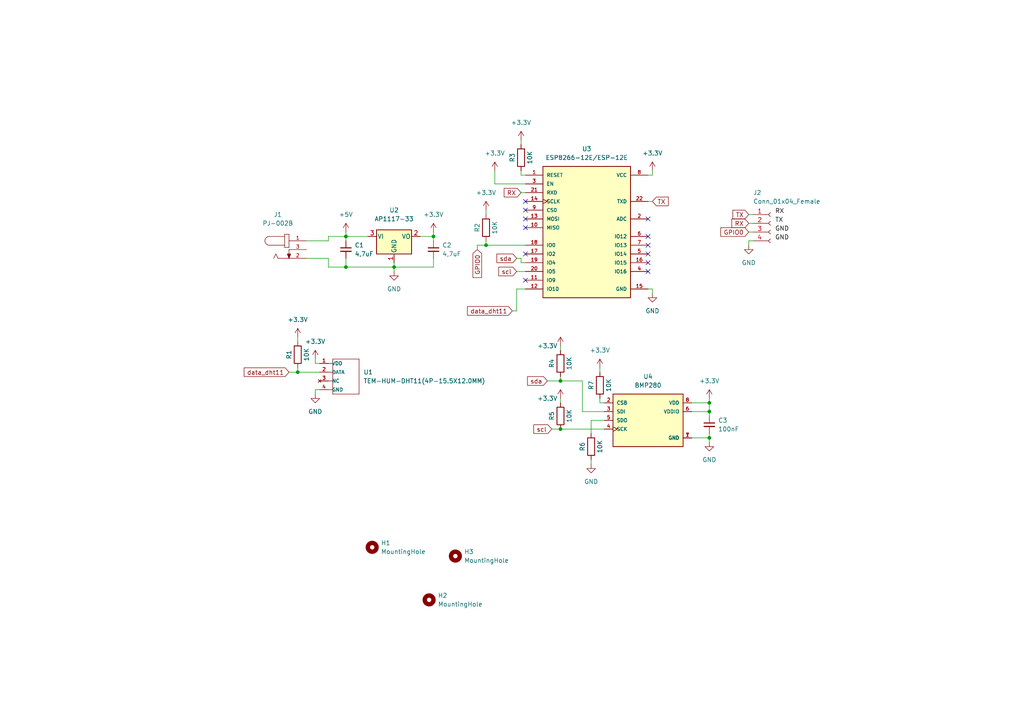
<source format=kicad_sch>
(kicad_sch (version 20211123) (generator eeschema)
  (paper "A4")
  (lib_symbols
    (symbol "BMP280:BMP280" (pin_names (offset 1.016))
      (property "Reference" "U" (at -10.1796 7.6347 0))
      (property "Value" "BMP280" (at -10.1693 -10.1693 0))
      (symbol "BMP280_0_0"
        (rectangle (start -10.16 -7.62) (end 10.16 7.62) (stroke (width 0.254)) (fill (type background)))
        (pin power_in line (at 12.7 -5.08 180) (length 2.54) (name "GND") (number "1"))
        (pin input line (at -12.7 5.08 0) (length 2.54) (name "CSB") (number "2"))
        (pin bidirectional line (at -12.7 2.54 0) (length 2.54) (name "SDI") (number "3"))
        (pin input clock (at -12.7 -2.54 0) (length 2.54) (name "SCK") (number "4"))
        (pin bidirectional line (at -12.7 0 0) (length 2.54) (name "SDO") (number "5"))
        (pin power_in line (at 12.7 2.54 180) (length 2.54) (name "VDDIO") (number "6"))
        (pin power_in line (at 12.7 -5.08 180) (length 2.54) (name "GND") (number "7"))
        (pin power_in line (at 12.7 5.08 180) (length 2.54) (name "VDD") (number "8"))
      )
    )
    (symbol "Connector:Conn_01x04_Female" (pin_names (offset 1.016) hide)
      (property "Reference" "J" (at 0 5.08 0))
      (property "Value" "Conn_01x04_Female" (at 0 -7.62 0))
      (symbol "Conn_01x04_Female_1_1"
        (arc (start 0 -4.572) (mid -0.508 -5.08) (end 0 -5.588) (stroke (width 0.1524)))
        (arc (start 0 -2.032) (mid -0.508 -2.54) (end 0 -3.048) (stroke (width 0.1524)))
        (polyline (pts (xy -1.27 -5.08) (xy -0.508 -5.08)) (stroke (width 0.1524)))
        (polyline (pts (xy -1.27 -2.54) (xy -0.508 -2.54)) (stroke (width 0.1524)))
        (polyline (pts (xy -1.27 0) (xy -0.508 0)) (stroke (width 0.1524)))
        (polyline (pts (xy -1.27 2.54) (xy -0.508 2.54)) (stroke (width 0.1524)))
        (arc (start 0 0.508) (mid -0.508 0) (end 0 -0.508) (stroke (width 0.1524)))
        (arc (start 0 3.048) (mid -0.508 2.54) (end 0 2.032) (stroke (width 0.1524)))
        (pin passive line (at -5.08 2.54 0) (length 3.81) (name "Pin_1") (number "1"))
        (pin passive line (at -5.08 0 0) (length 3.81) (name "Pin_2") (number "2"))
        (pin passive line (at -5.08 -2.54 0) (length 3.81) (name "Pin_3") (number "3"))
        (pin passive line (at -5.08 -5.08 0) (length 3.81) (name "Pin_4") (number "4"))
      )
    )
    (symbol "Device:C_Small" (pin_numbers hide) (pin_names (offset 0.254) hide)
      (property "Reference" "C" (at 0.254 1.778 0))
      (property "Value" "C_Small" (at 0.254 -2.032 0))
      (symbol "C_Small_0_1"
        (polyline (pts (xy -1.524 -0.508) (xy 1.524 -0.508)) (stroke (width 0.3302)))
        (polyline (pts (xy -1.524 0.508) (xy 1.524 0.508)) (stroke (width 0.3048)))
      )
      (symbol "C_Small_1_1"
        (pin passive line (at 0 2.54 270) (length 2.032) (name "~") (number "1"))
        (pin passive line (at 0 -2.54 90) (length 2.032) (name "~") (number "2"))
      )
    )
    (symbol "Device:R" (pin_numbers hide) (pin_names (offset 0))
      (property "Reference" "R" (at 2.032 0 90))
      (property "Value" "R" (at 0 0 90))
      (symbol "R_0_1"
        (rectangle (start -1.016 -2.54) (end 1.016 2.54) (stroke (width 0.254)))
      )
      (symbol "R_1_1"
        (pin passive line (at 0 3.81 270) (length 1.27) (name "~") (number "1"))
        (pin passive line (at 0 -3.81 90) (length 1.27) (name "~") (number "2"))
      )
    )
    (symbol "ESP8266-12E_ESP-12E:ESP8266-12E{slash}ESP-12E" (pin_names (offset 1.016))
      (property "Reference" "U" (at -12.7161 18.3112 0))
      (property "Value" "ESP8266-12E{slash}ESP-12E" (at -12.7084 -23.3835 0))
      (symbol "ESP8266-12E{slash}ESP-12E_0_0"
        (rectangle (start -12.7 -20.32) (end 12.7 17.78) (stroke (width 0.254)) (fill (type background)))
        (pin input line (at -17.78 15.24 0) (length 5.08) (name "RESET") (number "1"))
        (pin bidirectional line (at -17.78 0 0) (length 5.08) (name "MISO") (number "10"))
        (pin bidirectional line (at -17.78 -15.24 0) (length 5.08) (name "IO9") (number "11"))
        (pin bidirectional line (at -17.78 -17.78 0) (length 5.08) (name "IO10") (number "12"))
        (pin bidirectional line (at -17.78 2.54 0) (length 5.08) (name "MOSI") (number "13"))
        (pin input clock (at -17.78 7.62 0) (length 5.08) (name "SCLK") (number "14"))
        (pin power_in line (at 17.78 -17.78 180) (length 5.08) (name "GND") (number "15"))
        (pin bidirectional line (at 17.78 -10.16 180) (length 5.08) (name "IO15") (number "16"))
        (pin bidirectional line (at -17.78 -7.62 0) (length 5.08) (name "IO2") (number "17"))
        (pin bidirectional line (at -17.78 -5.08 0) (length 5.08) (name "IO0") (number "18"))
        (pin bidirectional line (at -17.78 -10.16 0) (length 5.08) (name "IO4") (number "19"))
        (pin passive line (at 17.78 2.54 180) (length 5.08) (name "ADC") (number "2"))
        (pin bidirectional line (at -17.78 -12.7 0) (length 5.08) (name "IO5") (number "20"))
        (pin input line (at -17.78 10.16 0) (length 5.08) (name "RXD") (number "21"))
        (pin output line (at 17.78 7.62 180) (length 5.08) (name "TXD") (number "22"))
        (pin input line (at -17.78 12.7 0) (length 5.08) (name "EN") (number "3"))
        (pin bidirectional line (at 17.78 -12.7 180) (length 5.08) (name "IO16") (number "4"))
        (pin bidirectional line (at 17.78 -7.62 180) (length 5.08) (name "IO14") (number "5"))
        (pin bidirectional line (at 17.78 -2.54 180) (length 5.08) (name "IO12") (number "6"))
        (pin bidirectional line (at 17.78 -5.08 180) (length 5.08) (name "IO13") (number "7"))
        (pin power_in line (at 17.78 15.24 180) (length 5.08) (name "VCC") (number "8"))
        (pin input line (at -17.78 5.08 0) (length 5.08) (name "CS0") (number "9"))
      )
    )
    (symbol "Mechanical:MountingHole" (pin_names (offset 1.016))
      (property "Reference" "H" (at 0 5.08 0))
      (property "Value" "MountingHole" (at 0 3.175 0))
      (symbol "MountingHole_0_1"
        (circle (center 0 0) (radius 1.27) (stroke (width 1.27)))
      )
    )
    (symbol "PJ-002B:PJ-002B" (pin_names (offset 1.016))
      (property "Reference" "J" (at -7.6337 5.0892 0))
      (property "Value" "PJ-002B" (at -7.6269 -5.0846 0))
      (symbol "PJ-002B_0_0"
        (arc (start -5.715 3.81) (mid -6.985 2.54) (end -5.715 1.27) (stroke (width 0.1524)))
        (polyline (pts (xy -5.715 3.81) (xy -1.27 3.81)) (stroke (width 0.1524)))
        (polyline (pts (xy -3.81 -1.27) (xy -4.445 -2.54)) (stroke (width 0.1524)))
        (polyline (pts (xy -3.175 -2.54) (xy -3.81 -1.27)) (stroke (width 0.1524)))
        (polyline (pts (xy -1.27 0.635) (xy 0 0.635)) (stroke (width 0.1524)))
        (polyline (pts (xy -1.27 1.27) (xy -5.715 1.27)) (stroke (width 0.1524)))
        (polyline (pts (xy -1.27 1.27) (xy -1.27 0.635)) (stroke (width 0.1524)))
        (polyline (pts (xy -1.27 3.81) (xy -1.27 1.27)) (stroke (width 0.1524)))
        (polyline (pts (xy -1.27 4.445) (xy -1.27 3.81)) (stroke (width 0.1524)))
        (polyline (pts (xy 0 -2.54) (xy -3.175 -2.54)) (stroke (width 0.1524)))
        (polyline (pts (xy 0 0) (xy 0 -2.54)) (stroke (width 0.1524)))
        (polyline (pts (xy 0 0.635) (xy 0 4.445)) (stroke (width 0.1524)))
        (polyline (pts (xy 0 4.445) (xy -1.27 4.445)) (stroke (width 0.1524)))
        (polyline (pts (xy 0 -2.54) (xy -0.508 -1.27) (xy 0.508 -1.27) (xy 0 -2.54)) (stroke (width 0.1524)) (fill (type outline)))
        (pin passive line (at 5.08 2.54 180) (length 5.08) (name "~") (number "1"))
        (pin passive line (at 5.08 -2.54 180) (length 5.08) (name "~") (number "2"))
        (pin passive line (at 5.08 0 180) (length 5.08) (name "~") (number "3"))
      )
    )
    (symbol "Regulator_Linear:AP1117-33" (pin_names (offset 0.254))
      (property "Reference" "U" (at -3.81 3.175 0))
      (property "Value" "AP1117-33" (at 0 3.175 0))
      (symbol "AP1117-33_0_1"
        (rectangle (start -5.08 -5.08) (end 5.08 1.905) (stroke (width 0.254)) (fill (type background)))
      )
      (symbol "AP1117-33_1_1"
        (pin power_in line (at 0 -7.62 90) (length 2.54) (name "GND") (number "1"))
        (pin power_out line (at 7.62 0 180) (length 2.54) (name "VO") (number "2"))
        (pin power_in line (at -7.62 0 0) (length 2.54) (name "VI") (number "3"))
      )
    )
    (symbol "TEM-HUM-DHT11_4P-15.5X12.0MM_:TEM-HUM-DHT11(4P-15.5X12.0MM)" (pin_names (offset 1.016))
      (property "Reference" "U" (at -3.81 5.08 0))
      (property "Value" "TEM-HUM-DHT11(4P-15.5X12.0MM)" (at -3.81 -6.35 0))
      (symbol "TEM-HUM-DHT11(4P-15.5X12.0MM)_0_0"
        (polyline (pts (xy -3.81 -5.08) (xy -3.81 5.08)) (stroke (width 0.1524)))
        (polyline (pts (xy -3.81 5.08) (xy 3.81 5.08)) (stroke (width 0.1524)))
        (polyline (pts (xy 3.81 -5.08) (xy -3.81 -5.08)) (stroke (width 0.1524)))
        (polyline (pts (xy 3.81 -3.81) (xy 3.81 -5.08)) (stroke (width 0.1524)))
        (polyline (pts (xy 3.81 -1.27) (xy 3.81 -3.81)) (stroke (width 0.1524)))
        (polyline (pts (xy 3.81 1.27) (xy 3.81 -1.27)) (stroke (width 0.1524)))
        (polyline (pts (xy 3.81 3.81) (xy 3.81 1.27)) (stroke (width 0.1524)))
        (polyline (pts (xy 3.81 5.08) (xy 3.81 3.81)) (stroke (width 0.1524)))
        (polyline (pts (xy 5.08 -3.81) (xy 3.81 -3.81)) (stroke (width 0.1524)))
        (polyline (pts (xy 5.08 -1.27) (xy 3.81 -1.27)) (stroke (width 0.1524)))
        (polyline (pts (xy 5.08 1.27) (xy 3.81 1.27)) (stroke (width 0.1524)))
        (polyline (pts (xy 5.08 3.81) (xy 3.81 3.81)) (stroke (width 0.1524)))
        (pin power_in line (at 7.62 3.81 180) (length 2.54) (name "VDD") (number "1"))
        (pin bidirectional line (at 7.62 1.27 180) (length 2.54) (name "DATA") (number "2"))
        (pin no_connect line (at 7.62 -1.27 180) (length 2.54) (name "NC") (number "3"))
        (pin power_in line (at 7.62 -3.81 180) (length 2.54) (name "GND") (number "4"))
      )
    )
    (symbol "power:+3.3V" (power) (pin_names (offset 0))
      (property "Value" "+3.3V" (at 0 3.556 0))
      (symbol "+3.3V_0_1"
        (polyline (pts (xy -0.762 1.27) (xy 0 2.54)))
        (polyline (pts (xy 0 0) (xy 0 2.54)))
        (polyline (pts (xy 0 2.54) (xy 0.762 1.27)))
      )
      (symbol "+3.3V_1_1"
        (pin power_in line (at 0 0 90) (length 0) hide (name "+3.3V") (number "1"))
      )
    )
    (symbol "power:+5V" (power) (pin_names (offset 0))
      (property "Value" "+5V" (at 0 3.556 0))
      (symbol "+5V_0_1"
        (polyline (pts (xy -0.762 1.27) (xy 0 2.54)))
        (polyline (pts (xy 0 0) (xy 0 2.54)))
        (polyline (pts (xy 0 2.54) (xy 0.762 1.27)))
      )
      (symbol "+5V_1_1"
        (pin power_in line (at 0 0 90) (length 0) hide (name "+5V") (number "1"))
      )
    )
    (symbol "power:GND" (power) (pin_names (offset 0))
      (property "Value" "GND" (at 0 -3.81 0))
      (symbol "GND_0_1"
        (polyline (pts (xy 0 0) (xy 0 -1.27) (xy 1.27 -1.27) (xy 0 -2.54) (xy -1.27 -1.27) (xy 0 -1.27)))
      )
      (symbol "GND_1_1"
        (pin power_in line (at 0 0 270) (length 0) hide (name "GND") (number "1"))
      )
    )
  )
  (junction (at 114.3 77.47))
  (junction (at 100.33 77.47))
  (junction (at 205.74 119.38))
  (junction (at 162.56 110.49))
  (junction (at 140.97 71.12))
  (junction (at 205.74 116.84))
  (junction (at 125.73 68.58))
  (junction (at 205.74 127))
  (junction (at 162.56 124.46))
  (junction (at 100.33 68.58))
  (junction (at 86.36 107.95))
  (no_connect (at 152.4 73.66))
  (no_connect (at 152.4 60.96))
  (no_connect (at 152.4 66.04))
  (no_connect (at 152.4 63.5))
  (no_connect (at 152.4 58.42))
  (no_connect (at 187.96 63.5))
  (no_connect (at 187.96 73.66))
  (no_connect (at 187.96 76.2))
  (no_connect (at 187.96 78.74))
  (no_connect (at 187.96 68.58))
  (no_connect (at 152.4 81.28))
  (no_connect (at 187.96 71.12))
  (wire (pts (xy 151.13 76.2) (xy 152.4 76.2)))
  (wire (pts (xy 95.25 68.58) (xy 100.33 68.58)))
  (wire (pts (xy 217.17 67.31) (xy 218.44 67.31)))
  (wire (pts (xy 171.45 133.35) (xy 171.45 134.62)))
  (wire (pts (xy 175.26 116.84) (xy 173.99 116.84)))
  (wire (pts (xy 151.13 74.93) (xy 151.13 76.2)))
  (wire (pts (xy 100.33 67.31) (xy 100.33 68.58)))
  (wire (pts (xy 162.56 124.46) (xy 175.26 124.46)))
  (wire (pts (xy 92.71 107.95) (xy 86.36 107.95)))
  (wire (pts (xy 162.56 115.57) (xy 162.56 116.84)))
  (wire (pts (xy 149.86 78.74) (xy 152.4 78.74)))
  (wire (pts (xy 149.86 74.93) (xy 151.13 74.93)))
  (wire (pts (xy 187.96 58.42) (xy 189.23 58.42)))
  (wire (pts (xy 106.68 68.58) (xy 100.33 68.58)))
  (wire (pts (xy 160.02 124.46) (xy 162.56 124.46)))
  (wire (pts (xy 187.96 83.82) (xy 189.23 83.82)))
  (wire (pts (xy 217.17 69.85) (xy 218.44 69.85)))
  (wire (pts (xy 152.4 50.8) (xy 151.13 50.8)))
  (wire (pts (xy 205.74 116.84) (xy 205.74 119.38)))
  (wire (pts (xy 200.66 119.38) (xy 205.74 119.38)))
  (wire (pts (xy 162.56 110.49) (xy 162.56 109.22)))
  (wire (pts (xy 88.9 74.93) (xy 95.25 74.93)))
  (wire (pts (xy 189.23 83.82) (xy 189.23 85.09)))
  (wire (pts (xy 217.17 64.77) (xy 218.44 64.77)))
  (wire (pts (xy 100.33 74.93) (xy 100.33 77.47)))
  (wire (pts (xy 171.45 121.92) (xy 171.45 125.73)))
  (wire (pts (xy 175.26 121.92) (xy 171.45 121.92)))
  (wire (pts (xy 143.51 53.34) (xy 143.51 49.53)))
  (wire (pts (xy 158.75 110.49) (xy 162.56 110.49)))
  (wire (pts (xy 149.86 90.17) (xy 148.59 90.17)))
  (wire (pts (xy 95.25 69.85) (xy 95.25 68.58)))
  (wire (pts (xy 114.3 77.47) (xy 114.3 78.74)))
  (wire (pts (xy 205.74 127) (xy 205.74 128.27)))
  (wire (pts (xy 92.71 113.03) (xy 91.44 113.03)))
  (wire (pts (xy 151.13 55.88) (xy 152.4 55.88)))
  (wire (pts (xy 138.43 71.12) (xy 140.97 71.12)))
  (wire (pts (xy 151.13 40.64) (xy 151.13 41.91)))
  (wire (pts (xy 91.44 113.03) (xy 91.44 114.3)))
  (wire (pts (xy 100.33 77.47) (xy 114.3 77.47)))
  (wire (pts (xy 173.99 106.68) (xy 173.99 107.95)))
  (wire (pts (xy 205.74 115.57) (xy 205.74 116.84)))
  (wire (pts (xy 86.36 107.95) (xy 86.36 106.68)))
  (wire (pts (xy 168.91 119.38) (xy 168.91 110.49)))
  (wire (pts (xy 138.43 72.39) (xy 138.43 71.12)))
  (wire (pts (xy 140.97 71.12) (xy 140.97 69.85)))
  (wire (pts (xy 91.44 105.41) (xy 91.44 104.14)))
  (wire (pts (xy 217.17 62.23) (xy 218.44 62.23)))
  (wire (pts (xy 151.13 50.8) (xy 151.13 49.53)))
  (wire (pts (xy 200.66 127) (xy 205.74 127)))
  (wire (pts (xy 175.26 119.38) (xy 168.91 119.38)))
  (wire (pts (xy 92.71 105.41) (xy 91.44 105.41)))
  (wire (pts (xy 162.56 100.33) (xy 162.56 101.6)))
  (wire (pts (xy 140.97 60.96) (xy 140.97 62.23)))
  (wire (pts (xy 189.23 50.8) (xy 187.96 50.8)))
  (wire (pts (xy 168.91 110.49) (xy 162.56 110.49)))
  (wire (pts (xy 189.23 49.53) (xy 189.23 50.8)))
  (wire (pts (xy 88.9 69.85) (xy 95.25 69.85)))
  (wire (pts (xy 173.99 116.84) (xy 173.99 115.57)))
  (wire (pts (xy 217.17 71.12) (xy 217.17 69.85)))
  (wire (pts (xy 152.4 83.82) (xy 149.86 83.82)))
  (wire (pts (xy 114.3 77.47) (xy 114.3 76.2)))
  (wire (pts (xy 125.73 68.58) (xy 121.92 68.58)))
  (wire (pts (xy 95.25 77.47) (xy 100.33 77.47)))
  (wire (pts (xy 114.3 77.47) (xy 125.73 77.47)))
  (wire (pts (xy 125.73 69.85) (xy 125.73 68.58)))
  (wire (pts (xy 205.74 127) (xy 205.74 125.73)))
  (wire (pts (xy 149.86 83.82) (xy 149.86 90.17)))
  (wire (pts (xy 125.73 67.31) (xy 125.73 68.58)))
  (wire (pts (xy 200.66 116.84) (xy 205.74 116.84)))
  (wire (pts (xy 152.4 53.34) (xy 143.51 53.34)))
  (wire (pts (xy 95.25 74.93) (xy 95.25 77.47)))
  (wire (pts (xy 83.82 107.95) (xy 86.36 107.95)))
  (wire (pts (xy 205.74 120.65) (xy 205.74 119.38)))
  (wire (pts (xy 100.33 68.58) (xy 100.33 69.85)))
  (wire (pts (xy 125.73 74.93) (xy 125.73 77.47)))
  (wire (pts (xy 86.36 97.79) (xy 86.36 99.06)))
  (wire (pts (xy 140.97 71.12) (xy 152.4 71.12)))
  (label "GND" (at 224.79 67.31 0))
  (label "RX" (at 224.79 62.23 0))
  (label "TX" (at 224.79 64.77 0))
  (label "GND" (at 224.79 69.85 0))
  (global_label "RX" (shape input) (at 151.13 55.88 180) (property "Intersheet References" "${INTERSHEET_REFS}" (effects hide)))
  (global_label "sda" (shape input) (at 149.86 74.93 180) (property "Intersheet References" "${INTERSHEET_REFS}" (effects hide)))
  (global_label "RX" (shape input) (at 217.17 64.77 180) (property "Intersheet References" "${INTERSHEET_REFS}" (effects hide)))
  (global_label "TX" (shape input) (at 217.17 62.23 180) (property "Intersheet References" "${INTERSHEET_REFS}" (effects hide)))
  (global_label "scl" (shape input) (at 160.02 124.46 180) (property "Intersheet References" "${INTERSHEET_REFS}" (effects hide)))
  (global_label "GPIO0" (shape input) (at 138.43 72.39 270) (property "Intersheet References" "${INTERSHEET_REFS}" (effects hide)))
  (global_label "sda" (shape input) (at 158.75 110.49 180) (property "Intersheet References" "${INTERSHEET_REFS}" (effects hide)))
  (global_label "TX" (shape input) (at 189.23 58.42 0) (property "Intersheet References" "${INTERSHEET_REFS}" (effects hide)))
  (global_label "GPIO0" (shape input) (at 217.17 67.31 180) (property "Intersheet References" "${INTERSHEET_REFS}" (effects hide)))
  (global_label "scl" (shape input) (at 149.86 78.74 180) (property "Intersheet References" "${INTERSHEET_REFS}" (effects hide)))
  (global_label "data_dht11" (shape input) (at 148.59 90.17 180) (property "Intersheet References" "${INTERSHEET_REFS}" (effects hide)))
  (global_label "data_dht11" (shape input) (at 83.82 107.95 180) (property "Intersheet References" "${INTERSHEET_REFS}" (effects hide)))
  (symbol (lib_id "power:+3.3V") (at 91.44 104.14 0) (unit 1)
    (property "Reference" "#PWR02" (effects hide))
    (property "Value" "+3.3V" (at 91.44 99.06 0))
  )
  (symbol (lib_id "power:GND") (at 91.44 114.3 0) (unit 1)
    (property "Reference" "#PWR03" (effects hide))
    (property "Value" "GND" (at 91.44 119.38 0))
  )
  (symbol (lib_id "power:GND") (at 189.23 85.09 0) (unit 1)
    (property "Reference" "#PWR015" (effects hide))
    (property "Value" "GND" (at 189.23 90.17 0))
  )
  (symbol (lib_id "Device:C_Small") (at 125.73 72.39 0) (unit 1)
    (property "Reference" "C2" (at 128.27 71.1262 0) (effects (justify left)))
    (property "Value" "4,7uF" (at 128.27 73.6662 0) (effects (justify left)))
    (property "Footprint" "Capacitor_SMD:C_0805_2012Metric_Pad1.18x1.45mm_HandSolder" (effects hide))
  )
  (symbol (lib_id "power:+3.3V") (at 189.23 49.53 0) (unit 1)
    (property "Reference" "#PWR014" (effects hide))
    (property "Value" "+3.3V" (at 189.23 44.45 0))
  )
  (symbol (lib_id "PJ-002B:PJ-002B") (at 83.82 72.39 0) (unit 1)
    (property "Reference" "J1" (at 80.5815 62.23 0))
    (property "Value" "PJ-002B" (at 80.5815 64.77 0))
    (property "Footprint" "CUI_PJ-002B" (effects hide))
    (property "STANDARD" "Manufacturer recommendations" (effects hide))
    (property "MANUFACTURER" "CUI INC" (effects hide))
  )
  (symbol (lib_id "Device:C_Small") (at 100.33 72.39 0) (unit 1)
    (property "Reference" "C1" (at 102.87 71.1262 0) (effects (justify left)))
    (property "Value" "4,7uF" (at 102.87 73.6662 0) (effects (justify left)))
    (property "Footprint" "Capacitor_SMD:C_0805_2012Metric_Pad1.18x1.45mm_HandSolder" (effects hide))
  )
  (symbol (lib_id "Device:R") (at 171.45 129.54 180) (unit 1)
    (property "Reference" "R6" (at 168.91 129.54 90))
    (property "Value" "10K" (at 173.99 129.54 90))
    (property "Footprint" "Resistor_SMD:R_0805_2012Metric_Pad1.20x1.40mm_HandSolder" (effects hide))
  )
  (symbol (lib_id "power:GND") (at 171.45 134.62 0) (unit 1)
    (property "Reference" "#PWR012" (effects hide))
    (property "Value" "GND" (at 171.45 139.7 0))
  )
  (symbol (lib_id "power:+5V") (at 100.33 67.31 0) (unit 1)
    (property "Reference" "#PWR04" (effects hide))
    (property "Value" "+5V" (at 100.33 62.23 0))
  )
  (symbol (lib_id "Device:R") (at 151.13 45.72 180) (unit 1)
    (property "Reference" "R3" (at 148.59 45.72 90))
    (property "Value" "10K" (at 153.67 45.72 90))
    (property "Footprint" "Resistor_SMD:R_0805_2012Metric_Pad1.20x1.40mm_HandSolder" (effects hide))
  )
  (symbol (lib_id "power:+3.3V") (at 86.36 97.79 0) (unit 1)
    (property "Reference" "#PWR01" (effects hide))
    (property "Value" "+3.3V" (at 86.36 92.71 0))
  )
  (symbol (lib_id "Device:R") (at 162.56 105.41 180) (unit 1)
    (property "Reference" "R4" (at 160.02 105.41 90))
    (property "Value" "10K" (at 165.1 105.41 90))
    (property "Footprint" "Resistor_SMD:R_0805_2012Metric_Pad1.20x1.40mm_HandSolder" (effects hide))
  )
  (symbol (lib_id "Regulator_Linear:AP1117-33") (at 114.3 68.58 0) (unit 1)
    (property "Reference" "U2" (at 114.3 60.96 0))
    (property "Value" "AP1117-33" (at 114.3 63.5 0))
    (property "Footprint" "Package_TO_SOT_SMD:SOT-223-3_TabPin2" (effects hide))
    (property "Datasheet" "http://www.diodes.com/datasheets/AP1117.pdf" (effects hide))
  )
  (symbol (lib_id "power:+3.3V") (at 162.56 100.33 0) (unit 1)
    (property "Reference" "#PWR010" (effects hide))
    (property "Value" "+3.3V" (at 158.75 100.33 0))
  )
  (symbol (lib_id "power:GND") (at 114.3 78.74 0) (unit 1)
    (property "Reference" "#PWR05" (effects hide))
    (property "Value" "GND" (at 114.3 83.82 0))
  )
  (symbol (lib_id "Device:R") (at 162.56 120.65 180) (unit 1)
    (property "Reference" "R5" (at 160.02 120.65 90))
    (property "Value" "10K" (at 165.1 120.65 90))
    (property "Footprint" "Resistor_SMD:R_0805_2012Metric_Pad1.20x1.40mm_HandSolder" (effects hide))
  )
  (symbol (lib_id "power:+3.3V") (at 173.99 106.68 0) (unit 1)
    (property "Reference" "#PWR013" (effects hide))
    (property "Value" "+3.3V" (at 173.99 101.6 0))
  )
  (symbol (lib_id "TEM-HUM-DHT11_4P-15.5X12.0MM_:TEM-HUM-DHT11(4P-15.5X12.0MM)") (at 100.33 109.22 0) (mirror y) (unit 1)
    (property "Reference" "U1" (at 105.41 107.9499 0) (effects (justify right)))
    (property "Value" "TEM-HUM-DHT11(4P-15.5X12.0MM)" (at 105.41 110.4899 0) (effects (justify right)))
    (property "Footprint" "SNR4-2.54-15.5X12.0X5.5MM" (effects hide))
    (property "MPN" "DHT11" (effects hide))
  )
  (symbol (lib_id "power:+3.3V") (at 205.74 115.57 0) (unit 1)
    (property "Reference" "#PWR016" (effects hide))
    (property "Value" "+3.3V" (at 205.74 110.49 0))
  )
  (symbol (lib_id "Device:R") (at 86.36 102.87 180) (unit 1)
    (property "Reference" "R1" (at 83.82 102.87 90))
    (property "Value" "10K" (at 88.9 102.87 90))
    (property "Footprint" "Resistor_SMD:R_0805_2012Metric_Pad1.20x1.40mm_HandSolder" (effects hide))
  )
  (symbol (lib_id "Mechanical:MountingHole") (at 107.95 158.75 0) (unit 1)
    (property "Reference" "H1" (at 110.49 157.4799 0) (effects (justify left)))
    (property "Value" "MountingHole" (at 110.49 160.0199 0) (effects (justify left)))
    (property "Footprint" "MountingHole:MountingHole_2.5mm" (effects hide))
  )
  (symbol (lib_id "Device:R") (at 140.97 66.04 180) (unit 1)
    (property "Reference" "R2" (at 138.43 66.04 90))
    (property "Value" "10K" (at 143.51 66.04 90))
    (property "Footprint" "Resistor_SMD:R_0805_2012Metric_Pad1.20x1.40mm_HandSolder" (effects hide))
  )
  (symbol (lib_id "Device:C_Small") (at 205.74 123.19 0) (unit 1)
    (property "Reference" "C3" (at 208.28 121.9262 0) (effects (justify left)))
    (property "Value" "100nF" (at 208.28 124.4662 0) (effects (justify left)))
    (property "Footprint" "Capacitor_SMD:C_0805_2012Metric_Pad1.18x1.45mm_HandSolder" (effects hide))
  )
  (symbol (lib_id "power:+3.3V") (at 162.56 115.57 0) (unit 1)
    (property "Reference" "#PWR011" (effects hide))
    (property "Value" "+3.3V" (at 158.75 115.57 0))
  )
  (symbol (lib_id "power:+3.3V") (at 143.51 49.53 0) (unit 1)
    (property "Reference" "#PWR08" (effects hide))
    (property "Value" "+3.3V" (at 143.51 44.45 0))
  )
  (symbol (lib_id "power:GND") (at 205.74 128.27 0) (unit 1)
    (property "Reference" "#PWR017" (effects hide))
    (property "Value" "GND" (at 205.74 133.35 0))
  )
  (symbol (lib_id "Device:R") (at 173.99 111.76 180) (unit 1)
    (property "Reference" "R7" (at 171.45 111.76 90))
    (property "Value" "10K" (at 176.53 111.76 90))
    (property "Footprint" "Resistor_SMD:R_0805_2012Metric_Pad1.20x1.40mm_HandSolder" (effects hide))
  )
  (symbol (lib_id "Mechanical:MountingHole") (at 132.08 161.29 0) (unit 1)
    (property "Reference" "H3" (at 134.62 160.0199 0) (effects (justify left)))
    (property "Value" "MountingHole" (at 134.62 162.5599 0) (effects (justify left)))
    (property "Footprint" "MountingHole:MountingHole_2.5mm" (effects hide))
  )
  (symbol (lib_id "ESP8266-12E_ESP-12E:ESP8266-12E{slash}ESP-12E") (at 170.18 66.04 0) (unit 1)
    (property "Reference" "U3" (at 170.18 43.18 0))
    (property "Value" "ESP8266-12E/ESP-12E" (at 170.18 45.72 0))
    (property "Footprint" "XCVR_ESP8266-12E/ESP-12E" (effects hide))
    (property "MANUFACTURER" "AI-Thinker" (effects hide))
  )
  (symbol (lib_id "Mechanical:MountingHole") (at 124.46 173.99 0) (unit 1)
    (property "Reference" "H2" (at 127 172.7199 0) (effects (justify left)))
    (property "Value" "MountingHole" (at 127 175.2599 0) (effects (justify left)))
    (property "Footprint" "MountingHole:MountingHole_2.5mm" (effects hide))
  )
  (symbol (lib_id "power:GND") (at 217.17 71.12 0) (unit 1)
    (property "Reference" "#PWR018" (effects hide))
    (property "Value" "GND" (at 217.17 76.2 0))
  )
  (symbol (lib_id "Connector:Conn_01x04_Female") (at 223.52 64.77 0) (unit 1)
    (property "Reference" "J2" (at 218.44 55.88 0) (effects (justify left)))
    (property "Value" "Conn_01x04_Female" (at 218.44 58.42 0) (effects (justify left)))
    (property "Footprint" "Connector_PinHeader_2.54mm:PinHeader_1x04_P2.54mm_Vertical" (effects hide))
  )
  (symbol (lib_id "BMP280:BMP280") (at 187.96 121.92 0) (unit 1)
    (property "Reference" "U4" (at 187.96 109.22 0))
    (property "Value" "BMP280" (at 187.96 111.76 0))
    (property "Footprint" "XDCR_BMP280" (effects hide))
    (property "STANDARD" "MANUFACTURER RECOMMENDATIONS" (effects hide))
    (property "PART_REV" "1.19" (effects hide))
    (property "MANUFACTURER" "Bosch" (effects hide))
    (property "MP" "BMP280" (effects hide))
  )
  (symbol (lib_id "power:+3.3V") (at 125.73 67.31 0) (unit 1)
    (property "Reference" "#PWR06" (effects hide))
    (property "Value" "+3.3V" (at 125.73 62.23 0))
  )
  (symbol (lib_id "power:+3.3V") (at 140.97 60.96 0) (unit 1)
    (property "Reference" "#PWR07" (effects hide))
    (property "Value" "+3.3V" (at 140.97 55.88 0))
  )
  (symbol (lib_id "power:+3.3V") (at 151.13 40.64 0) (unit 1)
    (property "Reference" "#PWR09" (effects hide))
    (property "Value" "+3.3V" (at 151.13 35.56 0))
  )
)
</source>
